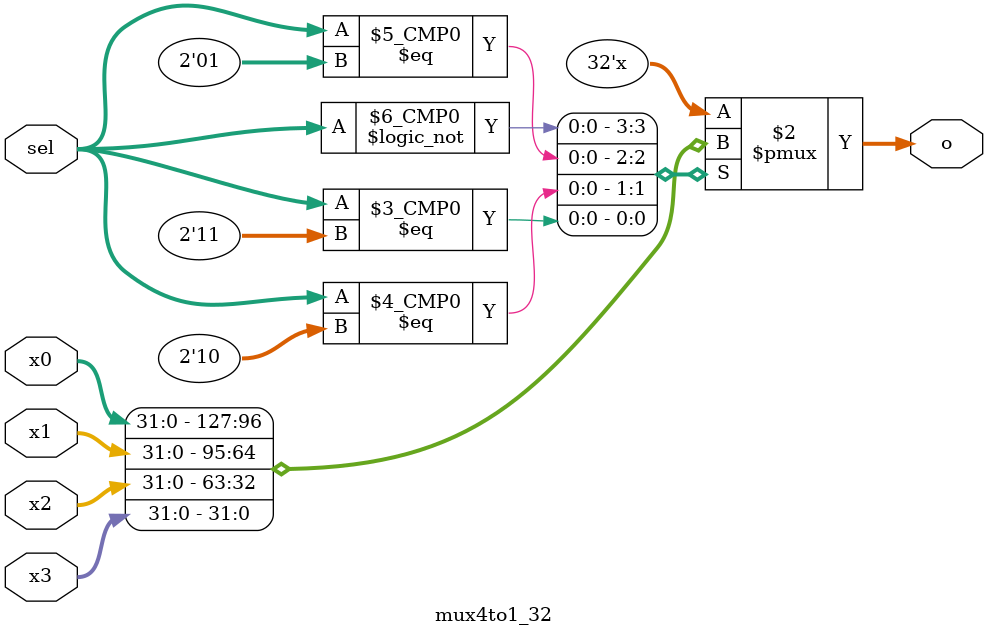
<source format=v>
`timescale 1ns / 1ps
module mux4to1_32(
	input [31:0] x0,
	input [31:0] x1,
	input [31:0] x2,
	input [31:0] x3,
	input [1:0] sel,
	output reg[31:0] o
    );

	always @*
	begin
		case(sel)
			2'b00: o = x0;
			2'b01: o = x1;
			2'b10: o = x2;
			2'b11: o = x3;
			default: o = x0;
		endcase
	end

endmodule

</source>
